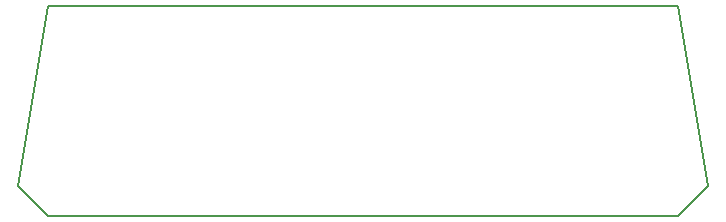
<source format=gbr>
G04 #@! TF.FileFunction,Profile,NP*
%FSLAX46Y46*%
G04 Gerber Fmt 4.6, Leading zero omitted, Abs format (unit mm)*
G04 Created by KiCad (PCBNEW 4.0.2-stable) date Sunday, August 14, 2016 'PMt' 09:10:01 PM*
%MOMM*%
G01*
G04 APERTURE LIST*
%ADD10C,0.100000*%
%ADD11C,0.150000*%
G04 APERTURE END LIST*
D10*
D11*
X109220000Y-113665000D02*
X111760000Y-98425000D01*
X167640000Y-113665000D02*
X165100000Y-98425000D01*
X111760000Y-116205000D02*
X109220000Y-113665000D01*
X165100000Y-116205000D02*
X167640000Y-113665000D01*
X165100000Y-98425000D02*
X111760000Y-98425000D01*
X111760000Y-116205000D02*
X165100000Y-116205000D01*
M02*

</source>
